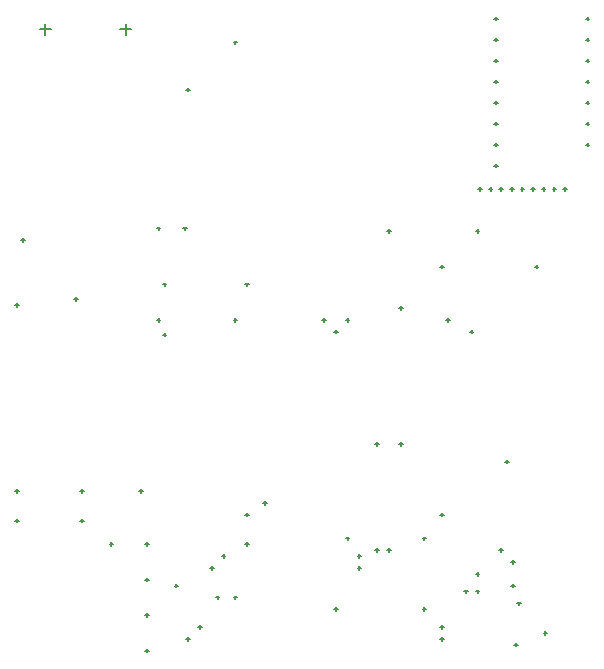
<source format=gbr>
G04*
G04 #@! TF.GenerationSoftware,Altium Limited,Altium Designer,25.5.2 (35)*
G04*
G04 Layer_Color=128*
%FSLAX25Y25*%
%MOIN*%
G70*
G04*
G04 #@! TF.SameCoordinates,38EB6A6A-CC72-40A8-BBF4-0EDFD8540081*
G04*
G04*
G04 #@! TF.FilePolarity,Positive*
G04*
G01*
G75*
%ADD14C,0.00500*%
D14*
X9646Y209055D02*
X13189D01*
X11417Y207283D02*
Y210827D01*
X36417Y209055D02*
X39961D01*
X38189Y207283D02*
Y210827D01*
X74213Y204724D02*
X75394D01*
X74803Y204134D02*
Y205315D01*
X1378Y45276D02*
X2559D01*
X1969Y44685D02*
Y45866D01*
X1378Y55118D02*
X2559D01*
X1969Y54528D02*
Y55709D01*
X42717Y55118D02*
X43898D01*
X43307Y54528D02*
Y55709D01*
X23031Y55118D02*
X24213D01*
X23622Y54528D02*
Y55709D01*
X23031Y45276D02*
X24213D01*
X23622Y44685D02*
Y45866D01*
X32874Y37402D02*
X34055D01*
X33465Y36811D02*
Y37992D01*
X44685Y37402D02*
X45866D01*
X45276Y36811D02*
Y37992D01*
X44685Y25591D02*
X45866D01*
X45276Y25000D02*
Y26181D01*
X44685Y13780D02*
X45866D01*
X45276Y13189D02*
Y14370D01*
X44685Y1969D02*
X45866D01*
X45276Y1378D02*
Y2559D01*
X155709Y155905D02*
X156890D01*
X156299Y155315D02*
Y156496D01*
X159252Y155905D02*
X160433D01*
X159843Y155315D02*
Y156496D01*
X162795Y155905D02*
X163976D01*
X163386Y155315D02*
Y156496D01*
X166339Y155905D02*
X167520D01*
X166929Y155315D02*
Y156496D01*
X169882Y155905D02*
X171063D01*
X170472Y155315D02*
Y156496D01*
X173425Y155905D02*
X174606D01*
X174016Y155315D02*
Y156496D01*
X176969Y155905D02*
X178150D01*
X177559Y155315D02*
Y156496D01*
X180512Y155905D02*
X181693D01*
X181102Y155315D02*
Y156496D01*
X184055Y155905D02*
X185236D01*
X184646Y155315D02*
Y156496D01*
X177559Y7874D02*
X178740D01*
X178150Y7283D02*
Y8465D01*
X58465Y188976D02*
X59646D01*
X59055Y188386D02*
Y189567D01*
X84055Y51181D02*
X85236D01*
X84646Y50591D02*
Y51772D01*
X78150Y37402D02*
X79331D01*
X78740Y36811D02*
Y37992D01*
X68307Y19685D02*
X69488D01*
X68898Y19094D02*
Y20276D01*
X50591Y107283D02*
X51772D01*
X51181Y106693D02*
Y107874D01*
X3347Y138779D02*
X4528D01*
X3937Y138189D02*
Y139370D01*
X21063Y119095D02*
X22244D01*
X21654Y118504D02*
Y119685D01*
X191609Y205600D02*
X192791D01*
X192200Y205010D02*
Y206190D01*
X161023Y163600D02*
X162204D01*
X161613Y163009D02*
Y164191D01*
X191609Y170600D02*
X192791D01*
X192200Y170009D02*
Y171191D01*
X161023Y170600D02*
X162204D01*
X161613Y170009D02*
Y171191D01*
X191609Y177600D02*
X192791D01*
X192200Y177009D02*
Y178191D01*
X161023Y177600D02*
X162204D01*
X161613Y177009D02*
Y178191D01*
X191609Y184600D02*
X192791D01*
X192200Y184009D02*
Y185191D01*
X161023Y184600D02*
X162204D01*
X161613Y184009D02*
Y185191D01*
X191609Y191600D02*
X192791D01*
X192200Y191009D02*
Y192191D01*
X161023Y191600D02*
X162204D01*
X161613Y191009D02*
Y192191D01*
X191609Y198600D02*
X192791D01*
X192200Y198009D02*
Y199191D01*
X161023Y198600D02*
X162204D01*
X161613Y198009D02*
Y199191D01*
X191609Y212600D02*
X192791D01*
X192200Y212010D02*
Y213191D01*
X161023Y212600D02*
X162204D01*
X161613Y212010D02*
Y213191D01*
X161109Y205600D02*
X162291D01*
X161700Y205010D02*
Y206190D01*
X143110Y129921D02*
X144291D01*
X143701Y129331D02*
Y130512D01*
X129331Y116142D02*
X130512D01*
X129921Y115551D02*
Y116732D01*
X103740Y112205D02*
X104921D01*
X104331Y111614D02*
Y112795D01*
X167717Y3937D02*
X168898D01*
X168307Y3347D02*
Y4528D01*
X1378Y117126D02*
X2559D01*
X1969Y116535D02*
Y117717D01*
X121457Y35433D02*
X122638D01*
X122047Y34843D02*
Y36024D01*
X121457Y70866D02*
X122638D01*
X122047Y70276D02*
Y71457D01*
X129331Y70866D02*
X130512D01*
X129921Y70276D02*
Y71457D01*
X166732Y31496D02*
X167913D01*
X167323Y30906D02*
Y32087D01*
X164764Y64961D02*
X165945D01*
X165354Y64370D02*
Y65551D01*
X137205Y39370D02*
X138386D01*
X137795Y38780D02*
Y39961D01*
X111614Y39370D02*
X112795D01*
X112205Y38780D02*
Y39961D01*
X111614Y112205D02*
X112795D01*
X112205Y111614D02*
Y112795D01*
X145079Y112205D02*
X146260D01*
X145669Y111614D02*
Y112795D01*
X125394Y35433D02*
X126575D01*
X125984Y34843D02*
Y36024D01*
X125394Y141732D02*
X126575D01*
X125984Y141142D02*
Y142323D01*
X154921Y141732D02*
X156102D01*
X155512Y141142D02*
Y142323D01*
X162795Y35433D02*
X163976D01*
X163386Y34843D02*
Y36024D01*
X137205Y15748D02*
X138386D01*
X137795Y15157D02*
Y16339D01*
X107677Y15748D02*
X108858D01*
X108268Y15157D02*
Y16339D01*
X107677Y108268D02*
X108858D01*
X108268Y107677D02*
Y108858D01*
X152953Y108268D02*
X154134D01*
X153543Y107677D02*
Y108858D01*
X174606Y129921D02*
X175787D01*
X175197Y129331D02*
Y130512D01*
X48622Y142717D02*
X49803D01*
X49213Y142126D02*
Y143307D01*
X57480Y142717D02*
X58661D01*
X58071Y142126D02*
Y143307D01*
X70276Y33465D02*
X71457D01*
X70866Y32874D02*
Y34055D01*
X115551Y33465D02*
X116732D01*
X116142Y32874D02*
Y34055D01*
X66339Y29528D02*
X67520D01*
X66929Y28937D02*
Y30118D01*
X115551Y29528D02*
X116732D01*
X116142Y28937D02*
Y30118D01*
X74213Y19685D02*
X75394D01*
X74803Y19094D02*
Y20276D01*
X168701Y17717D02*
X169882D01*
X169291Y17126D02*
Y18307D01*
X74213Y112205D02*
X75394D01*
X74803Y111614D02*
Y112795D01*
X48622Y112205D02*
X49803D01*
X49213Y111614D02*
Y112795D01*
X143110Y47244D02*
X144291D01*
X143701Y46654D02*
Y47835D01*
X78150Y124016D02*
X79331D01*
X78740Y123425D02*
Y124606D01*
X50591Y124016D02*
X51772D01*
X51181Y123425D02*
Y124606D01*
X78150Y47244D02*
X79331D01*
X78740Y46654D02*
Y47835D01*
X154921Y27559D02*
X156102D01*
X155512Y26969D02*
Y28150D01*
X166732Y23642D02*
X167913D01*
X167323Y23051D02*
Y24232D01*
X150984Y21654D02*
X152165D01*
X151575Y21063D02*
Y22244D01*
X154921Y21654D02*
X156102D01*
X155512Y21063D02*
Y22244D01*
X54528Y23622D02*
X55709D01*
X55118Y23031D02*
Y24213D01*
X143110Y5906D02*
X144291D01*
X143701Y5315D02*
Y6496D01*
X143110Y9843D02*
X144291D01*
X143701Y9252D02*
Y10433D01*
X62402Y9843D02*
X63583D01*
X62992Y9252D02*
Y10433D01*
X58465Y5906D02*
X59646D01*
X59055Y5315D02*
Y6496D01*
M02*

</source>
